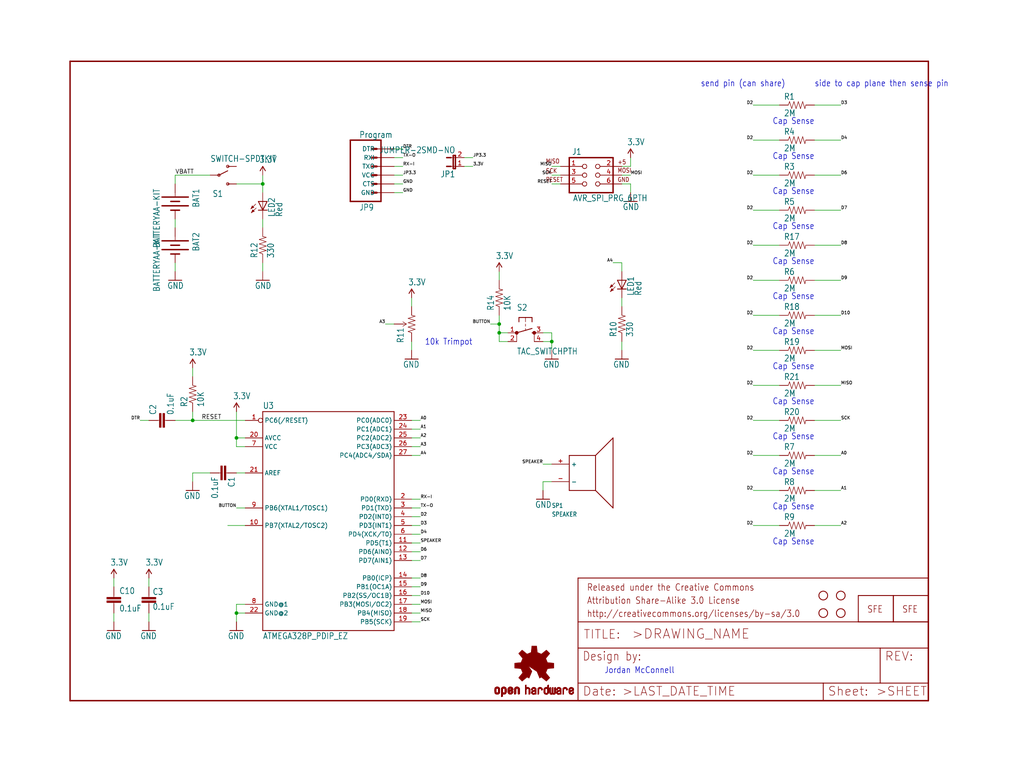
<source format=kicad_sch>
(kicad_sch (version 20211123) (generator eeschema)
  (paper "User" 297.002 223.926)
  (lib_symbols
    (symbol "eagleSchem-eagle-import:3.3V" (power)
      (property "Value" "3.3V" (at -1.016 3.556 0))
      (symbol "3.3V_1_0"
        (pin power_in line (at 0 0 90) (length 2.54) (name "3.3V") (number "1"))
      )
    )
    (symbol "eagleSchem-eagle-import:ARDUINO_SERIAL_PROGRAMPTH-KIT"
      (property "Reference" "JP" (at -5.08 10.922 0))
      (property "Value" "ARDUINO_SERIAL_PROGRAMPTH-KIT" (at -5.08 -10.16 0))
      (symbol "ARDUINO_SERIAL_PROGRAMPTH-KIT_1_0"
        (pin passive line (at 5.08 -5.08 180) (length 5.08) (name "DTR") (number "1"))
        (pin passive line (at 5.08 -2.54 180) (length 5.08) (name "RXI") (number "2"))
        (pin passive line (at 5.08 0 180) (length 5.08) (name "TXO") (number "3"))
        (pin passive line (at 5.08 2.54 180) (length 5.08) (name "VCC") (number "4"))
        (pin passive line (at 5.08 5.08 180) (length 5.08) (name "CTS") (number "5"))
        (pin passive line (at 5.08 7.62 180) (length 5.08) (name "GND") (number "6"))
      )
    )
    (symbol "eagleSchem-eagle-import:ATMEGA328P_PDIP_EZ"
      (property "Reference" "U" (at -17.78 28.702 0))
      (property "Value" "ATMEGA328P_PDIP_EZ" (at -17.78 -38.1 0))
      (symbol "ATMEGA328P_PDIP_EZ_1_0"
        (pin bidirectional inverted (at -22.86 25.4 0) (length 5.08) (name "PC6(/RESET)") (number "1"))
        (pin bidirectional line (at -22.86 -5.08 0) (length 5.08) (name "PB7(XTAL2/TOSC2)") (number "10"))
        (pin bidirectional line (at 25.4 -10.16 180) (length 5.08) (name "PD5(T1)") (number "11"))
        (pin bidirectional line (at 25.4 -12.7 180) (length 5.08) (name "PD6(AIN0)") (number "12"))
        (pin bidirectional line (at 25.4 -15.24 180) (length 5.08) (name "PD7(AIN1)") (number "13"))
        (pin bidirectional line (at 25.4 -20.32 180) (length 5.08) (name "PB0(ICP)") (number "14"))
        (pin bidirectional line (at 25.4 -22.86 180) (length 5.08) (name "PB1(OC1A)") (number "15"))
        (pin bidirectional line (at 25.4 -25.4 180) (length 5.08) (name "PB2(SS/OC1B)") (number "16"))
        (pin bidirectional line (at 25.4 -27.94 180) (length 5.08) (name "PB3(MOSI/OC2)") (number "17"))
        (pin bidirectional line (at 25.4 -30.48 180) (length 5.08) (name "PB4(MISO)") (number "18"))
        (pin bidirectional line (at 25.4 -33.02 180) (length 5.08) (name "PB5(SCK)") (number "19"))
        (pin bidirectional line (at 25.4 2.54 180) (length 5.08) (name "PD0(RXD)") (number "2"))
        (pin bidirectional line (at -22.86 20.32 0) (length 5.08) (name "AVCC") (number "20"))
        (pin bidirectional line (at -22.86 10.16 0) (length 5.08) (name "AREF") (number "21"))
        (pin bidirectional line (at -22.86 -30.48 0) (length 5.08) (name "GND@2") (number "22"))
        (pin bidirectional line (at 25.4 25.4 180) (length 5.08) (name "PC0(ADC0)") (number "23"))
        (pin bidirectional line (at 25.4 22.86 180) (length 5.08) (name "PC1(ADC1)") (number "24"))
        (pin bidirectional line (at 25.4 20.32 180) (length 5.08) (name "PC2(ADC2)") (number "25"))
        (pin bidirectional line (at 25.4 17.78 180) (length 5.08) (name "PC3(ADC3)") (number "26"))
        (pin bidirectional line (at 25.4 15.24 180) (length 5.08) (name "PC4(ADC4/SDA)") (number "27"))
        (pin bidirectional line (at 25.4 0 180) (length 5.08) (name "PD1(TXD)") (number "3"))
        (pin bidirectional line (at 25.4 -2.54 180) (length 5.08) (name "PD2(INT0)") (number "4"))
        (pin bidirectional line (at 25.4 -5.08 180) (length 5.08) (name "PD3(INT1)") (number "5"))
        (pin bidirectional line (at 25.4 -7.62 180) (length 5.08) (name "PD4(XCK/T0)") (number "6"))
        (pin bidirectional line (at -22.86 17.78 0) (length 5.08) (name "VCC") (number "7"))
        (pin bidirectional line (at -22.86 -27.94 0) (length 5.08) (name "GND@1") (number "8"))
        (pin bidirectional line (at -22.86 0 0) (length 5.08) (name "PB6(XTAL1/TOSC1)") (number "9"))
      )
    )
    (symbol "eagleSchem-eagle-import:AVR_SPI_PRG_6PTH"
      (property "Reference" "J" (at -4.318 5.842 0))
      (property "Value" "AVR_SPI_PRG_6PTH" (at -4.064 -7.62 0))
      (symbol "AVR_SPI_PRG_6PTH_1_0"
        (text "+5" (at 8.89 3.048 0) (effects (font (size 1.27 1.0795)) (justify left bottom)))
        (text "GND" (at 8.89 -2.032 0) (effects (font (size 1.27 1.0795)) (justify left bottom)))
        (text "MISO" (at -11.938 3.302 0) (effects (font (size 1.27 1.0795)) (justify left bottom)))
        (text "MOSI" (at 8.89 0.635 0) (effects (font (size 1.27 1.0795)) (justify left bottom)))
        (text "RESET" (at -11.938 -2.032 0) (effects (font (size 1.27 1.0795)) (justify left bottom)))
        (text "SCK" (at -11.938 0.508 0) (effects (font (size 1.27 1.0795)) (justify left bottom)))
        (pin passive inverted (at -7.62 2.54 0) (length 7.62) (name "1") (number "1"))
        (pin passive inverted (at 10.16 2.54 180) (length 7.62) (name "2") (number "2"))
        (pin passive inverted (at -7.62 0 0) (length 7.62) (name "3") (number "3"))
        (pin passive inverted (at 10.16 0 180) (length 7.62) (name "4") (number "4"))
        (pin passive inverted (at -7.62 -2.54 0) (length 7.62) (name "5") (number "5"))
        (pin passive inverted (at 10.16 -2.54 180) (length 7.62) (name "6") (number "6"))
      )
    )
    (symbol "eagleSchem-eagle-import:BATTERYAA-KIT"
      (property "Reference" "BAT" (at -3.81 5.08 0))
      (property "Value" "BATTERYAA-KIT" (at -3.81 -6.35 0))
      (symbol "BATTERYAA-KIT_1_0"
        (pin power_in line (at 5.08 0 180) (length 2.54) (name "-") (number "GND@1"))
        (pin power_in line (at -5.08 0 0) (length 2.54) (name "+") (number "PWR@1"))
      )
    )
    (symbol "eagleSchem-eagle-import:CAPKIT"
      (property "Reference" "C" (at 1.524 2.921 0))
      (property "Value" "CAPKIT" (at 1.524 -2.159 0))
      (symbol "CAPKIT_1_0"
        (pin passive line (at 0 5.08 270) (length 2.54) (name "1") (number "1"))
        (pin passive line (at 0 -2.54 90) (length 2.54) (name "2") (number "2"))
      )
    )
    (symbol "eagleSchem-eagle-import:FRAME-LETTER"
      (symbol "FRAME-LETTER_2_0"
        (text ">DRAWING_NAME" (at 15.494 17.78 0) (effects (font (size 2.7432 2.7432)) (justify left bottom)))
        (text ">LAST_DATE_TIME" (at 12.7 1.27 0) (effects (font (size 2.54 2.54)) (justify left bottom)))
        (text ">SHEET" (at 86.36 1.27 0) (effects (font (size 2.54 2.54)) (justify left bottom)))
        (text "Attribution Share-Alike 3.0 License" (at 2.54 27.94 0) (effects (font (size 1.9304 1.6408)) (justify left bottom)))
        (text "Date:" (at 1.27 1.27 0) (effects (font (size 2.54 2.54)) (justify left bottom)))
        (text "Design by:" (at 1.27 11.43 0) (effects (font (size 2.54 2.159)) (justify left bottom)))
        (text "http://creativecommons.org/licenses/by-sa/3.0" (at 2.54 24.13 0) (effects (font (size 1.9304 1.6408)) (justify left bottom)))
        (text "Released under the Creative Commons" (at 2.54 31.75 0) (effects (font (size 1.9304 1.6408)) (justify left bottom)))
        (text "REV:" (at 88.9 11.43 0) (effects (font (size 2.54 2.54)) (justify left bottom)))
        (text "Sheet:" (at 72.39 1.27 0) (effects (font (size 2.54 2.54)) (justify left bottom)))
        (text "TITLE:" (at 1.524 17.78 0) (effects (font (size 2.54 2.54)) (justify left bottom)))
      )
    )
    (symbol "eagleSchem-eagle-import:GND" (power)
      (property "Value" "GND" (at -2.54 -2.54 0))
      (symbol "GND_1_0"
        (pin power_in line (at 0 2.54 270) (length 2.54) (name "GND") (number "1"))
      )
    )
    (symbol "eagleSchem-eagle-import:JUMPER-2SMD-NO"
      (property "Reference" "JP" (at -1.27 0 90))
      (property "Value" "JUMPER-2SMD-NO" (at 5.715 0 90))
      (symbol "JUMPER-2SMD-NO_1_0"
        (pin passive line (at 0 -2.54 90) (length 2.54) (name "1") (number "1"))
        (pin passive line (at 2.54 -2.54 90) (length 2.54) (name "2") (number "2"))
      )
    )
    (symbol "eagleSchem-eagle-import:LED5MM-KIT"
      (property "Reference" "LED" (at 3.556 -4.572 90))
      (property "Value" "LED5MM-KIT" (at 5.715 -4.572 90))
      (symbol "LED5MM-KIT_1_0"
        (pin passive line (at 0 2.54 270) (length 2.54) (name "A") (number "A"))
        (pin passive line (at 0 -5.08 90) (length 2.54) (name "C") (number "K"))
      )
    )
    (symbol "eagleSchem-eagle-import:LOGO-SFENEW"
      (symbol "LOGO-SFENEW_1_0"
        (text "SFE" (at 0 0 0) (effects (font (size 1.9304 1.6408)) (justify left bottom)))
      )
    )
    (symbol "eagleSchem-eagle-import:OSHW-LOGOM")
    (symbol "eagleSchem-eagle-import:RESISTORPTH-1{slash}4W"
      (property "Reference" "R" (at -3.81 1.4986 0))
      (property "Value" "RESISTORPTH-1{slash}4W" (at -3.81 -3.302 0))
      (symbol "RESISTORPTH-1{slash}4W_1_0"
        (pin passive line (at -5.08 0 0) (length 2.54) (name "1") (number "P$1"))
        (pin passive line (at 5.08 0 180) (length 2.54) (name "2") (number "P$2"))
      )
    )
    (symbol "eagleSchem-eagle-import:SPEAKER"
      (property "Reference" "SP" (at -10.16 -10.16 0))
      (property "Value" "SPEAKER" (at -10.16 -12.7 0))
      (symbol "SPEAKER_1_0"
        (pin bidirectional line (at -10.16 2.54 0) (length 5.08) (name "+") (number "+"))
        (pin bidirectional line (at -10.16 -2.54 0) (length 5.08) (name "-") (number "-"))
      )
    )
    (symbol "eagleSchem-eagle-import:STAND-OFF")
    (symbol "eagleSchem-eagle-import:SWITCH-SPDTKIT"
      (property "Reference" "S" (at -1.905 -6.35 0))
      (property "Value" "SWITCH-SPDTKIT" (at -2.54 3.81 0))
      (symbol "SWITCH-SPDTKIT_1_0"
        (pin passive line (at 5.08 2.54 180) (length 2.54) (name "O") (number "1"))
        (pin passive line (at -2.54 0 0) (length 2.54) (name "P") (number "2"))
        (pin passive line (at 5.08 -2.54 180) (length 2.54) (name "S") (number "3"))
      )
    )
    (symbol "eagleSchem-eagle-import:TAC_SWITCHPTH"
      (property "Reference" "S" (at -2.54 6.35 0))
      (property "Value" "TAC_SWITCHPTH" (at -2.54 -6.35 0))
      (symbol "TAC_SWITCHPTH_1_0"
        (pin passive line (at -5.08 0 0) (length 2.54) (name "1") (number "1"))
        (pin passive line (at -5.08 -2.54 0) (length 2.54) (name "2") (number "2"))
        (pin passive line (at 5.08 0 180) (length 2.54) (name "3") (number "3"))
        (pin passive line (at 5.08 -2.54 180) (length 2.54) (name "4") (number "4"))
      )
    )
    (symbol "eagleSchem-eagle-import:TRIMPOT-PTH-KNOB"
      (property "Reference" "R" (at -11.43 1.4986 0))
      (property "Value" "TRIMPOT-PTH-KNOB" (at -3.81 -3.302 0))
      (symbol "TRIMPOT-PTH-KNOB_1_0"
        (pin passive line (at -5.08 0 0) (length 2.54) (name "CCW") (number "1"))
        (pin passive line (at 0 5.08 270) (length 2.54) (name "WIPER") (number "2"))
        (pin passive line (at 5.08 0 180) (length 2.54) (name "CW") (number "3"))
      )
    )
  )
  (junction (at 68.58 127))
  (junction (at 144.78 93.98))
  (junction (at 160.02 99.06))
  (junction (at 144.78 96.52))
  (junction (at 68.58 177.8))
  (junction (at 55.88 121.92))
  (junction (at 76.2 53.34))
  (wire (pts (xy 119.38 129.54) (xy 121.92 129.54)))
  (wire (pts (xy 55.88 139.7) (xy 55.88 137.16)))
  (wire (pts (xy 226.06 40.64) (xy 218.44 40.64)))
  (wire (pts (xy 226.06 152.4) (xy 218.44 152.4)))
  (wire (pts (xy 33.02 167.64) (xy 33.02 170.18)))
  (wire (pts (xy 119.38 167.64) (xy 121.92 167.64)))
  (wire (pts (xy 119.38 147.32) (xy 121.92 147.32)))
  (wire (pts (xy 68.58 175.26) (xy 68.58 177.8)))
  (wire (pts (xy 50.8 78.74) (xy 50.8 76.2)))
  (wire (pts (xy 119.38 154.94) (xy 121.92 154.94)))
  (wire (pts (xy 162.56 53.34) (xy 160.02 53.34)))
  (wire (pts (xy 180.34 53.34) (xy 182.88 53.34)))
  (wire (pts (xy 71.12 147.32) (xy 68.58 147.32)))
  (wire (pts (xy 119.38 170.18) (xy 121.92 170.18)))
  (wire (pts (xy 226.06 81.28) (xy 218.44 81.28)))
  (wire (pts (xy 119.38 162.56) (xy 121.92 162.56)))
  (wire (pts (xy 71.12 127) (xy 68.58 127)))
  (wire (pts (xy 182.88 53.34) (xy 182.88 55.88)))
  (wire (pts (xy 76.2 78.74) (xy 76.2 76.2)))
  (wire (pts (xy 134.62 48.26) (xy 137.16 48.26)))
  (wire (pts (xy 180.34 48.26) (xy 182.88 48.26)))
  (wire (pts (xy 226.06 121.92) (xy 218.44 121.92)))
  (wire (pts (xy 144.78 96.52) (xy 144.78 99.06)))
  (wire (pts (xy 243.84 40.64) (xy 236.22 40.64)))
  (wire (pts (xy 226.06 142.24) (xy 218.44 142.24)))
  (wire (pts (xy 226.06 111.76) (xy 218.44 111.76)))
  (wire (pts (xy 50.8 53.34) (xy 50.8 50.8)))
  (wire (pts (xy 243.84 121.92) (xy 236.22 121.92)))
  (wire (pts (xy 119.38 88.9) (xy 119.38 86.36)))
  (wire (pts (xy 68.58 127) (xy 68.58 119.38)))
  (wire (pts (xy 76.2 66.04) (xy 76.2 63.5)))
  (wire (pts (xy 71.12 175.26) (xy 68.58 175.26)))
  (wire (pts (xy 119.38 124.46) (xy 121.92 124.46)))
  (wire (pts (xy 76.2 53.34) (xy 76.2 55.88)))
  (wire (pts (xy 226.06 50.8) (xy 218.44 50.8)))
  (wire (pts (xy 50.8 66.04) (xy 50.8 63.5)))
  (wire (pts (xy 43.18 167.64) (xy 43.18 170.18)))
  (wire (pts (xy 119.38 160.02) (xy 121.92 160.02)))
  (wire (pts (xy 76.2 50.8) (xy 76.2 53.34)))
  (wire (pts (xy 180.34 76.2) (xy 177.8 76.2)))
  (wire (pts (xy 119.38 144.78) (xy 121.92 144.78)))
  (wire (pts (xy 243.84 142.24) (xy 236.22 142.24)))
  (wire (pts (xy 71.12 129.54) (xy 68.58 129.54)))
  (wire (pts (xy 68.58 129.54) (xy 68.58 127)))
  (wire (pts (xy 182.88 48.26) (xy 182.88 45.72)))
  (wire (pts (xy 180.34 50.8) (xy 182.88 50.8)))
  (wire (pts (xy 144.78 93.98) (xy 142.24 93.98)))
  (wire (pts (xy 243.84 60.96) (xy 236.22 60.96)))
  (wire (pts (xy 226.06 71.12) (xy 218.44 71.12)))
  (wire (pts (xy 243.84 91.44) (xy 236.22 91.44)))
  (wire (pts (xy 114.3 55.88) (xy 116.84 55.88)))
  (wire (pts (xy 71.12 152.4) (xy 66.04 152.4)))
  (wire (pts (xy 226.06 60.96) (xy 218.44 60.96)))
  (wire (pts (xy 43.18 121.92) (xy 40.64 121.92)))
  (wire (pts (xy 180.34 101.6) (xy 180.34 99.06)))
  (wire (pts (xy 119.38 127) (xy 121.92 127)))
  (wire (pts (xy 43.18 180.34) (xy 43.18 177.8)))
  (wire (pts (xy 71.12 121.92) (xy 55.88 121.92)))
  (wire (pts (xy 55.88 121.92) (xy 55.88 119.38)))
  (wire (pts (xy 119.38 121.92) (xy 121.92 121.92)))
  (wire (pts (xy 114.3 93.98) (xy 111.76 93.98)))
  (wire (pts (xy 119.38 101.6) (xy 119.38 99.06)))
  (wire (pts (xy 114.3 45.72) (xy 116.84 45.72)))
  (wire (pts (xy 226.06 91.44) (xy 218.44 91.44)))
  (wire (pts (xy 134.62 45.72) (xy 137.16 45.72)))
  (wire (pts (xy 119.38 157.48) (xy 121.92 157.48)))
  (wire (pts (xy 160.02 96.52) (xy 160.02 99.06)))
  (wire (pts (xy 68.58 177.8) (xy 68.58 180.34)))
  (wire (pts (xy 160.02 134.62) (xy 157.48 134.62)))
  (wire (pts (xy 157.48 99.06) (xy 160.02 99.06)))
  (wire (pts (xy 68.58 53.34) (xy 76.2 53.34)))
  (wire (pts (xy 243.84 30.48) (xy 236.22 30.48)))
  (wire (pts (xy 114.3 53.34) (xy 116.84 53.34)))
  (wire (pts (xy 180.34 88.9) (xy 180.34 86.36)))
  (wire (pts (xy 243.84 152.4) (xy 236.22 152.4)))
  (wire (pts (xy 243.84 101.6) (xy 236.22 101.6)))
  (wire (pts (xy 243.84 71.12) (xy 236.22 71.12)))
  (wire (pts (xy 71.12 177.8) (xy 68.58 177.8)))
  (wire (pts (xy 157.48 96.52) (xy 160.02 96.52)))
  (wire (pts (xy 68.58 137.16) (xy 71.12 137.16)))
  (wire (pts (xy 144.78 99.06) (xy 147.32 99.06)))
  (wire (pts (xy 55.88 137.16) (xy 60.96 137.16)))
  (wire (pts (xy 160.02 99.06) (xy 160.02 101.6)))
  (wire (pts (xy 144.78 91.44) (xy 144.78 93.98)))
  (wire (pts (xy 33.02 180.34) (xy 33.02 177.8)))
  (wire (pts (xy 119.38 152.4) (xy 121.92 152.4)))
  (wire (pts (xy 119.38 132.08) (xy 121.92 132.08)))
  (wire (pts (xy 243.84 111.76) (xy 236.22 111.76)))
  (wire (pts (xy 226.06 30.48) (xy 218.44 30.48)))
  (wire (pts (xy 144.78 93.98) (xy 144.78 96.52)))
  (wire (pts (xy 119.38 177.8) (xy 121.92 177.8)))
  (wire (pts (xy 162.56 50.8) (xy 160.02 50.8)))
  (wire (pts (xy 243.84 81.28) (xy 236.22 81.28)))
  (wire (pts (xy 114.3 43.18) (xy 116.84 43.18)))
  (wire (pts (xy 226.06 101.6) (xy 218.44 101.6)))
  (wire (pts (xy 119.38 180.34) (xy 121.92 180.34)))
  (wire (pts (xy 243.84 50.8) (xy 236.22 50.8)))
  (wire (pts (xy 119.38 172.72) (xy 121.92 172.72)))
  (wire (pts (xy 55.88 106.68) (xy 55.88 109.22)))
  (wire (pts (xy 162.56 48.26) (xy 160.02 48.26)))
  (wire (pts (xy 144.78 81.28) (xy 144.78 78.74)))
  (wire (pts (xy 50.8 121.92) (xy 55.88 121.92)))
  (wire (pts (xy 243.84 132.08) (xy 236.22 132.08)))
  (wire (pts (xy 144.78 96.52) (xy 147.32 96.52)))
  (wire (pts (xy 180.34 78.74) (xy 180.34 76.2)))
  (wire (pts (xy 119.38 149.86) (xy 121.92 149.86)))
  (wire (pts (xy 157.48 139.7) (xy 157.48 142.24)))
  (wire (pts (xy 160.02 139.7) (xy 157.48 139.7)))
  (wire (pts (xy 114.3 48.26) (xy 116.84 48.26)))
  (wire (pts (xy 114.3 50.8) (xy 116.84 50.8)))
  (wire (pts (xy 60.96 50.8) (xy 50.8 50.8)))
  (wire (pts (xy 119.38 175.26) (xy 121.92 175.26)))
  (wire (pts (xy 226.06 132.08) (xy 218.44 132.08)))
  (text "send pin (can share)" (at 203.2 25.4 180) (effects (font (size 1.778 1.5113)) (justify left bottom)))
  (text "Cap Sense" (at 224.028 137.922 180) (effects (font (size 1.778 1.5113)) (justify left bottom)))
  (text "Cap Sense" (at 224.028 66.802 180) (effects (font (size 1.778 1.5113)) (justify left bottom)))
  (text "Cap Sense" (at 224.028 56.642 180) (effects (font (size 1.778 1.5113)) (justify left bottom)))
  (text "Jordan McConnell" (at 175.26 195.58 180) (effects (font (size 1.778 1.5113)) (justify left bottom)))
  (text "Cap Sense" (at 224.028 127.762 180) (effects (font (size 1.778 1.5113)) (justify left bottom)))
  (text "Cap Sense" (at 224.028 87.122 180) (effects (font (size 1.778 1.5113)) (justify left bottom)))
  (text "Cap Sense" (at 224.028 46.482 180) (effects (font (size 1.778 1.5113)) (justify left bottom)))
  (text "Cap Sense" (at 224.028 107.442 180) (effects (font (size 1.778 1.5113)) (justify left bottom)))
  (text "side to cap plane then sense pin" (at 236.22 25.4 180) (effects (font (size 1.778 1.5113)) (justify left bottom)))
  (text "Cap Sense" (at 224.028 97.282 180) (effects (font (size 1.778 1.5113)) (justify left bottom)))
  (text "Cap Sense" (at 224.028 76.962 180) (effects (font (size 1.778 1.5113)) (justify left bottom)))
  (text "Cap Sense" (at 224.028 36.322 180) (effects (font (size 1.778 1.5113)) (justify left bottom)))
  (text "Cap Sense" (at 224.028 117.602 180) (effects (font (size 1.778 1.5113)) (justify left bottom)))
  (text "Cap Sense" (at 224.028 158.242 180) (effects (font (size 1.778 1.5113)) (justify left bottom)))
  (text "Cap Sense" (at 224.028 148.082 180) (effects (font (size 1.778 1.5113)) (justify left bottom)))
  (text "10k Trimpot" (at 123.19 100.33 180) (effects (font (size 1.778 1.5113)) (justify left bottom)))
  (label "BUTTON" (at 68.58 147.32 180) (effects (font (size 0.889 0.889))))
  (label "A0" (at 121.92 121.92 0) (effects (font (size 0.889 0.889))))
  (label "RX-I" (at 116.84 48.26 0) (effects (font (size 0.889 0.889))))
  (label "A1" (at 121.92 124.46 0) (effects (font (size 0.889 0.889))))
  (label "D7" (at 243.84 60.96 0) (effects (font (size 0.889 0.889))))
  (label "D2" (at 218.44 50.8 180) (effects (font (size 0.889 0.889))))
  (label "SCK" (at 160.02 50.8 180) (effects (font (size 0.889 0.889))))
  (label "D3" (at 243.84 30.48 0) (effects (font (size 0.889 0.889))))
  (label "D8" (at 121.92 167.64 0) (effects (font (size 0.889 0.889))))
  (label "D2" (at 218.44 142.24 180) (effects (font (size 0.889 0.889))))
  (label "D9" (at 243.84 81.28 0) (effects (font (size 0.889 0.889))))
  (label "D9" (at 121.92 170.18 0) (effects (font (size 0.889 0.889))))
  (label "D6" (at 121.92 160.02 0) (effects (font (size 0.889 0.889))))
  (label "MOSI" (at 243.84 101.6 0) (effects (font (size 0.889 0.889))))
  (label "SCK" (at 121.92 180.34 0) (effects (font (size 0.889 0.889))))
  (label "D2" (at 218.44 111.76 180) (effects (font (size 0.889 0.889))))
  (label "D8" (at 243.84 71.12 0) (effects (font (size 0.889 0.889))))
  (label "D2" (at 218.44 132.08 180) (effects (font (size 0.889 0.889))))
  (label "D3" (at 121.92 152.4 0) (effects (font (size 0.889 0.889))))
  (label "3.3V" (at 137.16 48.26 0) (effects (font (size 0.889 0.889))))
  (label "D2" (at 121.92 149.86 0) (effects (font (size 0.889 0.889))))
  (label "SPEAKER" (at 121.92 157.48 0) (effects (font (size 0.889 0.889))))
  (label "TX-O" (at 121.92 147.32 0) (effects (font (size 0.889 0.889))))
  (label "A2" (at 243.84 152.4 0) (effects (font (size 0.889 0.889))))
  (label "RESET" (at 160.02 53.34 180) (effects (font (size 0.889 0.889))))
  (label "RESET" (at 58.42 121.92 0) (effects (font (size 1.2446 1.2446))))
  (label "MOSI" (at 121.92 175.26 0) (effects (font (size 0.889 0.889))))
  (label "D7" (at 121.92 162.56 0) (effects (font (size 0.889 0.889))))
  (label "A4" (at 177.8 76.2 180) (effects (font (size 0.889 0.889))))
  (label "JP3.3" (at 137.16 45.72 0) (effects (font (size 0.889 0.889))))
  (label "D2" (at 218.44 152.4 180) (effects (font (size 0.889 0.889))))
  (label "BUTTON" (at 142.24 93.98 180) (effects (font (size 0.889 0.889))))
  (label "D10" (at 121.92 172.72 0) (effects (font (size 0.889 0.889))))
  (label "DTR" (at 116.84 43.18 0) (effects (font (size 0.889 0.889))))
  (label "D2" (at 218.44 71.12 180) (effects (font (size 0.889 0.889))))
  (label "D4" (at 243.84 40.64 0) (effects (font (size 0.889 0.889))))
  (label "MISO" (at 160.02 48.26 180) (effects (font (size 0.889 0.889))))
  (label "RX-I" (at 121.92 144.78 0) (effects (font (size 0.889 0.889))))
  (label "A1" (at 243.84 142.24 0) (effects (font (size 0.889 0.889))))
  (label "A2" (at 121.92 127 0) (effects (font (size 0.889 0.889))))
  (label "D2" (at 218.44 101.6 180) (effects (font (size 0.889 0.889))))
  (label "D2" (at 218.44 121.92 180) (effects (font (size 0.889 0.889))))
  (label "D2" (at 218.44 60.96 180) (effects (font (size 0.889 0.889))))
  (label "A0" (at 243.84 132.08 0) (effects (font (size 0.889 0.889))))
  (label "MISO" (at 243.84 111.76 0) (effects (font (size 0.889 0.889))))
  (label "TX-O" (at 116.84 45.72 0) (effects (font (size 0.889 0.889))))
  (label "GND" (at 116.84 55.88 0) (effects (font (size 0.889 0.889))))
  (label "A3" (at 111.76 93.98 180) (effects (font (size 0.889 0.889))))
  (label "SPEAKER" (at 157.48 134.62 180) (effects (font (size 0.889 0.889))))
  (label "GND" (at 116.84 53.34 0) (effects (font (size 0.889 0.889))))
  (label "D4" (at 121.92 154.94 0) (effects (font (size 0.889 0.889))))
  (label "D2" (at 218.44 30.48 180) (effects (font (size 0.889 0.889))))
  (label "D10" (at 243.84 91.44 0) (effects (font (size 0.889 0.889))))
  (label "DTR" (at 40.64 121.92 180) (effects (font (size 0.889 0.889))))
  (label "A3" (at 121.92 129.54 0) (effects (font (size 0.889 0.889))))
  (label "D6" (at 243.84 50.8 0) (effects (font (size 0.889 0.889))))
  (label "MOSI" (at 182.88 50.8 0) (effects (font (size 0.889 0.889))))
  (label "SCK" (at 243.84 121.92 0) (effects (font (size 0.889 0.889))))
  (label "MISO" (at 121.92 177.8 0) (effects (font (size 0.889 0.889))))
  (label "D2" (at 218.44 40.64 180) (effects (font (size 0.889 0.889))))
  (label "VBATT" (at 50.8 50.8 0) (effects (font (size 1.2446 1.2446))))
  (label "A4" (at 121.92 132.08 0) (effects (font (size 0.889 0.889))))
  (label "JP3.3" (at 116.84 50.8 0) (effects (font (size 0.889 0.889))))
  (label "D2" (at 218.44 81.28 180) (effects (font (size 0.889 0.889))))
  (label "D2" (at 218.44 91.44 180) (effects (font (size 0.889 0.889))))
  (symbol (lib_id "eagleSchem-eagle-import:RESISTORPTH-1{slash}4W") (at 231.14 40.64 0) (unit 1)
    (property "Reference" "R4" (at 227.33 39.1414 0) (effects (font (size 1.778 1.5113)) (justify left bottom)))
    (property "Value" "2M" (at 227.33 43.942 0) (effects (font (size 1.778 1.5113)) (justify left bottom)))
    (property "Footprint" "eagleSchem:AXIAL-0.4" (effects hide))
  )
  (symbol (lib_id "eagleSchem-eagle-import:GND") (at 182.88 58.42 0) (mirror y) (unit 1)
    (property "Reference" "#GND2" (effects hide))
    (property "Value" "GND" (at 185.42 60.96 0) (effects (font (size 1.778 1.5113)) (justify left bottom)))
    (property "Footprint" "eagleSchem:" (effects hide))
  )
  (symbol (lib_id "eagleSchem-eagle-import:BATTERYAA-KIT") (at 50.8 58.42 270) (unit 1)
    (property "Reference" "BAT1" (at 55.88 54.61 0) (effects (font (size 1.778 1.5113)) (justify left bottom)))
    (property "Value" "BATTERYAA-KIT" (at 44.45 54.61 0) (effects (font (size 1.778 1.5113)) (justify left bottom)))
    (property "Footprint" "eagleSchem:BATTERY-AA-KIT" (effects hide))
  )
  (symbol (lib_id "eagleSchem-eagle-import:ARDUINO_SERIAL_PROGRAMPTH-KIT") (at 109.22 48.26 0) (mirror x) (unit 1)
    (property "Reference" "JP9" (at 104.14 59.182 0) (effects (font (size 1.778 1.5113)) (justify left bottom)))
    (property "Value" "Program" (at 104.14 38.1 0) (effects (font (size 1.778 1.5113)) (justify left bottom)))
    (property "Footprint" "eagleSchem:1X06-KIT" (effects hide))
  )
  (symbol (lib_id "eagleSchem-eagle-import:RESISTORPTH-1{slash}4W") (at 231.14 60.96 0) (unit 1)
    (property "Reference" "R5" (at 227.33 59.4614 0) (effects (font (size 1.778 1.5113)) (justify left bottom)))
    (property "Value" "2M" (at 227.33 64.262 0) (effects (font (size 1.778 1.5113)) (justify left bottom)))
    (property "Footprint" "eagleSchem:AXIAL-0.4" (effects hide))
  )
  (symbol (lib_id "eagleSchem-eagle-import:STAND-OFF") (at 238.76 172.72 0) (unit 1)
    (property "Reference" "STANDOFF3" (effects hide))
    (property "Value" "STAND-OFF" (effects hide))
    (property "Footprint" "eagleSchem:STAND-OFF" (effects hide))
  )
  (symbol (lib_id "eagleSchem-eagle-import:LOGO-SFENEW") (at 251.46 177.8 0) (unit 1)
    (property "Reference" "LOGO1" (effects hide))
    (property "Value" "LOGO-SFENEW" (effects hide))
    (property "Footprint" "eagleSchem:SFE-NEW-WEBLOGO" (effects hide))
  )
  (symbol (lib_id "eagleSchem-eagle-import:RESISTORPTH-1{slash}4W") (at 231.14 121.92 0) (unit 1)
    (property "Reference" "R20" (at 227.33 120.4214 0) (effects (font (size 1.778 1.5113)) (justify left bottom)))
    (property "Value" "2M" (at 227.33 125.222 0) (effects (font (size 1.778 1.5113)) (justify left bottom)))
    (property "Footprint" "eagleSchem:AXIAL-0.4" (effects hide))
  )
  (symbol (lib_id "eagleSchem-eagle-import:3.3V") (at 43.18 167.64 0) (unit 1)
    (property "Reference" "#P+3" (effects hide))
    (property "Value" "3.3V" (at 42.164 164.084 0) (effects (font (size 1.778 1.5113)) (justify left bottom)))
    (property "Footprint" "eagleSchem:" (effects hide))
  )
  (symbol (lib_id "eagleSchem-eagle-import:GND") (at 76.2 81.28 0) (mirror y) (unit 1)
    (property "Reference" "#GND8" (effects hide))
    (property "Value" "GND" (at 78.74 83.82 0) (effects (font (size 1.778 1.5113)) (justify left bottom)))
    (property "Footprint" "eagleSchem:" (effects hide))
  )
  (symbol (lib_id "eagleSchem-eagle-import:RESISTORPTH-1{slash}4W") (at 231.14 152.4 0) (unit 1)
    (property "Reference" "R9" (at 227.33 150.9014 0) (effects (font (size 1.778 1.5113)) (justify left bottom)))
    (property "Value" "2M" (at 227.33 155.702 0) (effects (font (size 1.778 1.5113)) (justify left bottom)))
    (property "Footprint" "eagleSchem:AXIAL-0.4" (effects hide))
  )
  (symbol (lib_id "eagleSchem-eagle-import:RESISTORPTH-1{slash}4W") (at 180.34 93.98 90) (unit 1)
    (property "Reference" "R10" (at 178.8414 97.79 0) (effects (font (size 1.778 1.5113)) (justify left bottom)))
    (property "Value" "330" (at 183.642 97.79 0) (effects (font (size 1.778 1.5113)) (justify left bottom)))
    (property "Footprint" "eagleSchem:AXIAL-0.4" (effects hide))
  )
  (symbol (lib_id "eagleSchem-eagle-import:CAPKIT") (at 33.02 175.26 0) (unit 1)
    (property "Reference" "C10" (at 34.544 172.339 0) (effects (font (size 1.778 1.5113)) (justify left bottom)))
    (property "Value" "0.1uF" (at 34.544 177.419 0) (effects (font (size 1.778 1.5113)) (justify left bottom)))
    (property "Footprint" "eagleSchem:CAP-PTH-SMALL-KIT" (effects hide))
  )
  (symbol (lib_id "eagleSchem-eagle-import:RESISTORPTH-1{slash}4W") (at 231.14 142.24 0) (unit 1)
    (property "Reference" "R8" (at 227.33 140.7414 0) (effects (font (size 1.778 1.5113)) (justify left bottom)))
    (property "Value" "2M" (at 227.33 145.542 0) (effects (font (size 1.778 1.5113)) (justify left bottom)))
    (property "Footprint" "eagleSchem:AXIAL-0.4" (effects hide))
  )
  (symbol (lib_id "eagleSchem-eagle-import:GND") (at 43.18 182.88 0) (unit 1)
    (property "Reference" "#GND1" (effects hide))
    (property "Value" "GND" (at 40.64 185.42 0) (effects (font (size 1.778 1.5113)) (justify left bottom)))
    (property "Footprint" "eagleSchem:" (effects hide))
  )
  (symbol (lib_id "eagleSchem-eagle-import:CAPKIT") (at 43.18 172.72 180) (unit 1)
    (property "Reference" "C3" (at 44.196 172.593 0) (effects (font (size 1.778 1.5113)) (justify right top)))
    (property "Value" "0.1uF" (at 44.196 176.911 0) (effects (font (size 1.778 1.5113)) (justify right top)))
    (property "Footprint" "eagleSchem:CAP-PTH-SMALL-KIT" (effects hide))
  )
  (symbol (lib_id "eagleSchem-eagle-import:RESISTORPTH-1{slash}4W") (at 231.14 71.12 0) (unit 1)
    (property "Reference" "R17" (at 227.33 69.6214 0) (effects (font (size 1.778 1.5113)) (justify left bottom)))
    (property "Value" "2M" (at 227.33 74.422 0) (effects (font (size 1.778 1.5113)) (justify left bottom)))
    (property "Footprint" "eagleSchem:AXIAL-0.4" (effects hide))
  )
  (symbol (lib_id "eagleSchem-eagle-import:RESISTORPTH-1{slash}4W") (at 231.14 30.48 0) (unit 1)
    (property "Reference" "R1" (at 227.33 28.9814 0) (effects (font (size 1.778 1.5113)) (justify left bottom)))
    (property "Value" "2M" (at 227.33 33.782 0) (effects (font (size 1.778 1.5113)) (justify left bottom)))
    (property "Footprint" "eagleSchem:AXIAL-0.4" (effects hide))
  )
  (symbol (lib_id "eagleSchem-eagle-import:3.3V") (at 76.2 50.8 0) (unit 1)
    (property "Reference" "#U$1" (effects hide))
    (property "Value" "3.3V" (at 75.184 47.244 0) (effects (font (size 1.778 1.5113)) (justify left bottom)))
    (property "Footprint" "eagleSchem:" (effects hide))
  )
  (symbol (lib_id "eagleSchem-eagle-import:RESISTORPTH-1{slash}4W") (at 231.14 101.6 0) (unit 1)
    (property "Reference" "R19" (at 227.33 100.1014 0) (effects (font (size 1.778 1.5113)) (justify left bottom)))
    (property "Value" "2M" (at 227.33 104.902 0) (effects (font (size 1.778 1.5113)) (justify left bottom)))
    (property "Footprint" "eagleSchem:AXIAL-0.4" (effects hide))
  )
  (symbol (lib_id "eagleSchem-eagle-import:STAND-OFF") (at 238.76 177.8 0) (unit 1)
    (property "Reference" "STANDOFF4" (effects hide))
    (property "Value" "STAND-OFF" (effects hide))
    (property "Footprint" "eagleSchem:STAND-OFF" (effects hide))
  )
  (symbol (lib_id "eagleSchem-eagle-import:LED5MM-KIT") (at 76.2 58.42 0) (unit 1)
    (property "Reference" "LED2" (at 79.756 62.992 90) (effects (font (size 1.778 1.5113)) (justify left bottom)))
    (property "Value" "Red" (at 81.915 62.992 90) (effects (font (size 1.778 1.5113)) (justify left bottom)))
    (property "Footprint" "eagleSchem:LED5MM-KIT" (effects hide))
  )
  (symbol (lib_id "eagleSchem-eagle-import:AVR_SPI_PRG_6PTH") (at 170.18 50.8 0) (unit 1)
    (property "Reference" "J1" (at 165.862 44.958 0) (effects (font (size 1.778 1.5113)) (justify left bottom)))
    (property "Value" "AVR_SPI_PRG_6PTH" (at 166.116 58.42 0) (effects (font (size 1.778 1.5113)) (justify left bottom)))
    (property "Footprint" "eagleSchem:2X3" (effects hide))
  )
  (symbol (lib_id "eagleSchem-eagle-import:3.3V") (at 144.78 78.74 0) (unit 1)
    (property "Reference" "#P+2" (effects hide))
    (property "Value" "3.3V" (at 143.764 75.184 0) (effects (font (size 1.778 1.5113)) (justify left bottom)))
    (property "Footprint" "eagleSchem:" (effects hide))
  )
  (symbol (lib_id "eagleSchem-eagle-import:RESISTORPTH-1{slash}4W") (at 231.14 81.28 0) (unit 1)
    (property "Reference" "R6" (at 227.33 79.7814 0) (effects (font (size 1.778 1.5113)) (justify left bottom)))
    (property "Value" "2M" (at 227.33 84.582 0) (effects (font (size 1.778 1.5113)) (justify left bottom)))
    (property "Footprint" "eagleSchem:AXIAL-0.4" (effects hide))
  )
  (symbol (lib_id "eagleSchem-eagle-import:RESISTORPTH-1{slash}4W") (at 231.14 91.44 0) (unit 1)
    (property "Reference" "R18" (at 227.33 89.9414 0) (effects (font (size 1.778 1.5113)) (justify left bottom)))
    (property "Value" "2M" (at 227.33 94.742 0) (effects (font (size 1.778 1.5113)) (justify left bottom)))
    (property "Footprint" "eagleSchem:AXIAL-0.4" (effects hide))
  )
  (symbol (lib_id "eagleSchem-eagle-import:SWITCH-SPDTKIT") (at 63.5 50.8 0) (unit 1)
    (property "Reference" "S1" (at 61.595 57.15 0) (effects (font (size 1.778 1.5113)) (justify left bottom)))
    (property "Value" "SWITCH-SPDTKIT" (at 60.96 46.99 0) (effects (font (size 1.778 1.5113)) (justify left bottom)))
    (property "Footprint" "eagleSchem:SWITCH-SPDT_KIT" (effects hide))
  )
  (symbol (lib_id "eagleSchem-eagle-import:ATMEGA328P_PDIP_EZ") (at 93.98 147.32 0) (unit 1)
    (property "Reference" "U3" (at 76.2 118.618 0) (effects (font (size 1.778 1.5113)) (justify left bottom)))
    (property "Value" "ATMEGA328P_PDIP_EZ" (at 76.2 185.42 0) (effects (font (size 1.778 1.5113)) (justify left bottom)))
    (property "Footprint" "eagleSchem:DIL28-EZ" (effects hide))
  )
  (symbol (lib_id "eagleSchem-eagle-import:RESISTORPTH-1{slash}4W") (at 76.2 71.12 90) (unit 1)
    (property "Reference" "R12" (at 74.7014 74.93 0) (effects (font (size 1.778 1.5113)) (justify left bottom)))
    (property "Value" "330" (at 79.502 74.93 0) (effects (font (size 1.778 1.5113)) (justify left bottom)))
    (property "Footprint" "eagleSchem:AXIAL-0.4" (effects hide))
  )
  (symbol (lib_id "eagleSchem-eagle-import:3.3V") (at 68.58 119.38 0) (unit 1)
    (property "Reference" "#P+6" (effects hide))
    (property "Value" "3.3V" (at 67.564 115.824 0) (effects (font (size 1.778 1.5113)) (justify left bottom)))
    (property "Footprint" "eagleSchem:" (effects hide))
  )
  (symbol (lib_id "eagleSchem-eagle-import:OSHW-LOGOM") (at 154.94 193.04 0) (unit 1)
    (property "Reference" "LOGO3" (effects hide))
    (property "Value" "OSHW-LOGOM" (effects hide))
    (property "Footprint" "eagleSchem:OSHW-LOGO-M" (effects hide))
  )
  (symbol (lib_id "eagleSchem-eagle-import:GND") (at 157.48 144.78 0) (mirror y) (unit 1)
    (property "Reference" "#GND3" (effects hide))
    (property "Value" "GND" (at 160.02 147.32 0) (effects (font (size 1.778 1.5113)) (justify left bottom)))
    (property "Footprint" "eagleSchem:" (effects hide))
  )
  (symbol (lib_id "eagleSchem-eagle-import:RESISTORPTH-1{slash}4W") (at 231.14 50.8 0) (unit 1)
    (property "Reference" "R3" (at 227.33 49.3014 0) (effects (font (size 1.778 1.5113)) (justify left bottom)))
    (property "Value" "2M" (at 227.33 54.102 0) (effects (font (size 1.778 1.5113)) (justify left bottom)))
    (property "Footprint" "eagleSchem:AXIAL-0.4" (effects hide))
  )
  (symbol (lib_id "eagleSchem-eagle-import:FRAME-LETTER") (at 20.32 203.2 0) (unit 1)
    (property "Reference" "FRAME2" (effects hide))
    (property "Value" "FRAME-LETTER" (effects hide))
    (property "Footprint" "eagleSchem:CREATIVE_COMMONS" (effects hide))
  )
  (symbol (lib_id "eagleSchem-eagle-import:3.3V") (at 182.88 45.72 0) (unit 1)
    (property "Reference" "#P+1" (effects hide))
    (property "Value" "3.3V" (at 181.864 42.164 0) (effects (font (size 1.778 1.5113)) (justify left bottom)))
    (property "Footprint" "eagleSchem:" (effects hide))
  )
  (symbol (lib_id "eagleSchem-eagle-import:CAPKIT") (at 66.04 137.16 90) (unit 1)
    (property "Reference" "C1" (at 66.167 138.176 0) (effects (font (size 1.778 1.5113)) (justify right top)))
    (property "Value" "0.1uF" (at 61.341 138.176 0) (effects (font (size 1.778 1.5113)) (justify right top)))
    (property "Footprint" "eagleSchem:CAP-PTH-SMALL-KIT" (effects hide))
  )
  (symbol (lib_id "eagleSchem-eagle-import:TRIMPOT-PTH-KNOB") (at 119.38 93.98 90) (unit 1)
    (property "Reference" "R11" (at 117.1194 99.568 0) (effects (font (size 1.778 1.5113)) (justify left bottom)))
    (property "Value" "TRIMPOT-PTH-KNOB" (effects hide))
    (property "Footprint" "eagleSchem:3386U" (effects hide))
  )
  (symbol (lib_id "eagleSchem-eagle-import:GND") (at 50.8 81.28 0) (mirror y) (unit 1)
    (property "Reference" "#GND16" (effects hide))
    (property "Value" "GND" (at 53.34 83.82 0) (effects (font (size 1.778 1.5113)) (justify left bottom)))
    (property "Footprint" "eagleSchem:" (effects hide))
  )
  (symbol (lib_id "eagleSchem-eagle-import:STAND-OFF") (at 243.84 177.8 0) (unit 1)
    (property "Reference" "STANDOFF1" (effects hide))
    (property "Value" "STAND-OFF" (effects hide))
    (property "Footprint" "eagleSchem:STAND-OFF" (effects hide))
  )
  (symbol (lib_id "eagleSchem-eagle-import:3.3V") (at 33.02 167.64 0) (unit 1)
    (property "Reference" "#P+16" (effects hide))
    (property "Value" "3.3V" (at 32.004 164.084 0) (effects (font (size 1.778 1.5113)) (justify left bottom)))
    (property "Footprint" "eagleSchem:" (effects hide))
  )
  (symbol (lib_id "eagleSchem-eagle-import:3.3V") (at 119.38 86.36 0) (unit 1)
    (property "Reference" "#P+4" (effects hide))
    (property "Value" "3.3V" (at 118.364 82.804 0) (effects (font (size 1.778 1.5113)) (justify left bottom)))
    (property "Footprint" "eagleSchem:" (effects hide))
  )
  (symbol (lib_id "eagleSchem-eagle-import:GND") (at 160.02 104.14 0) (unit 1)
    (property "Reference" "#GND5" (effects hide))
    (property "Value" "GND" (at 157.48 106.68 0) (effects (font (size 1.778 1.5113)) (justify left bottom)))
    (property "Footprint" "eagleSchem:" (effects hide))
  )
  (symbol (lib_id "eagleSchem-eagle-import:GND") (at 68.58 182.88 0) (unit 1)
    (property "Reference" "#GND9" (effects hide))
    (property "Value" "GND" (at 66.04 185.42 0) (effects (font (size 1.778 1.5113)) (justify left bottom)))
    (property "Footprint" "eagleSchem:" (effects hide))
  )
  (symbol (lib_id "eagleSchem-eagle-import:LED5MM-KIT") (at 180.34 81.28 0) (unit 1)
    (property "Reference" "LED1" (at 183.896 85.852 90) (effects (font (size 1.778 1.5113)) (justify left bottom)))
    (property "Value" "Red" (at 186.055 85.852 90) (effects (font (size 1.778 1.5113)) (justify left bottom)))
    (property "Footprint" "eagleSchem:LED5MM-KIT" (effects hide))
  )
  (symbol (lib_id "eagleSchem-eagle-import:BATTERYAA-KIT") (at 50.8 71.12 270) (unit 1)
    (property "Reference" "BAT2" (at 55.88 67.31 0) (effects (font (size 1.778 1.5113)) (justify left bottom)))
    (property "Value" "BATTERYAA-KIT" (at 44.45 67.31 0) (effects (font (size 1.778 1.5113)) (justify left bottom)))
    (property "Footprint" "eagleSchem:BATTERY-AA-KIT" (effects hide))
  )
  (symbol (lib_id "eagleSchem-eagle-import:GND") (at 180.34 104.14 0) (unit 1)
    (property "Reference" "#GND4" (effects hide))
    (property "Value" "GND" (at 177.8 106.68 0) (effects (font (size 1.778 1.5113)) (justify left bottom)))
    (property "Footprint" "eagleSchem:" (effects hide))
  )
  (symbol (lib_id "eagleSchem-eagle-import:TAC_SWITCHPTH") (at 152.4 96.52 0) (unit 1)
    (property "Reference" "S2" (at 149.86 90.17 0) (effects (font (size 1.778 1.5113)) (justify left bottom)))
    (property "Value" "TAC_SWITCHPTH" (at 149.86 102.87 0) (effects (font (size 1.778 1.5113)) (justify left bottom)))
    (property "Footprint" "eagleSchem:TACTILE-PTH" (effects hide))
  )
  (symbol (lib_id "eagleSchem-eagle-import:GND") (at 119.38 104.14 0) (unit 1)
    (property "Reference" "#GND6" (effects hide))
    (property "Value" "GND" (at 116.84 106.68 0) (effects (font (size 1.778 1.5113)) (justify left bottom)))
    (property "Footprint" "eagleSchem:" (effects hide))
  )
  (symbol (lib_id "eagleSchem-eagle-import:GND") (at 33.02 182.88 0) (unit 1)
    (property "Reference" "#GND26" (effects hide))
    (property "Value" "GND" (at 30.48 185.42 0) (effects (font (size 1.778 1.5113)) (justify left bottom)))
    (property "Footprint" "eagleSchem:" (effects hide))
  )
  (symbol (lib_id "eagleSchem-eagle-import:SPEAKER") (at 170.18 137.16 0) (unit 1)
    (property "Reference" "SP1" (at 160.02 147.32 0) (effects (font (size 1.27 1.0795)) (justify left bottom)))
    (property "Value" "SPEAKER" (at 160.02 149.86 0) (effects (font (size 1.27 1.0795)) (justify left bottom)))
    (property "Footprint" "eagleSchem:PCB_MOUNT_SPEAKER" (effects hide))
  )
  (symbol (lib_id "eagleSchem-eagle-import:3.3V") (at 55.88 106.68 0) (unit 1)
    (property "Reference" "#P+5" (effects hide))
    (property "Value" "3.3V" (at 54.864 103.124 0) (effects (font (size 1.778 1.5113)) (justify left bottom)))
    (property "Footprint" "eagleSchem:" (effects hide))
  )
  (symbol (lib_id "eagleSchem-eagle-import:JUMPER-2SMD-NO") (at 132.08 48.26 90) (unit 1)
    (property "Reference" "JP1" (at 132.08 49.53 90) (effects (font (size 1.778 1.5113)) (justify left bottom)))
    (property "Value" "JUMPER-2SMD-NO" (at 132.08 42.545 90) (effects (font (size 1.778 1.5113)) (justify left bottom)))
    (property "Footprint" "eagleSchem:SJ_2S-NO" (effects hide))
  )
  (symbol (lib_id "eagleSchem-eagle-import:GND") (at 55.88 142.24 0) (unit 1)
    (property "Reference" "#GND7" (effects hide))
    (property "Value" "GND" (at 53.34 144.78 0) (effects (font (size 1.778 1.5113)) (justify left bottom)))
    (property "Footprint" "eagleSchem:" (effects hide))
  )
  (symbol (lib_id "eagleSchem-eagle-import:RESISTORPTH-1{slash}4W") (at 144.78 86.36 90) (unit 1)
    (property "Reference" "R14" (at 143.2814 90.17 0) (effects (font (size 1.778 1.5113)) (justify left bottom)))
    (property "Value" "10K" (at 148.082 90.17 0) (effects (font (size 1.778 1.5113)) (justify left bottom)))
    (property "Footprint" "eagleSchem:AXIAL-0.4" (effects hide))
  )
  (symbol (lib_id "eagleSchem-eagle-import:RESISTORPTH-1{slash}4W") (at 55.88 114.3 90) (unit 1)
    (property "Reference" "R2" (at 54.3814 118.11 0) (effects (font (size 1.778 1.5113)) (justify left bottom)))
    (property "Value" "10K" (at 59.182 118.11 0) (effects (font (size 1.778 1.5113)) (justify left bottom)))
    (property "Footprint" "eagleSchem:AXIAL-0.4" (effects hide))
  )
  (symbol (lib_id "eagleSchem-eagle-import:CAPKIT") (at 48.26 121.92 90) (unit 1)
    (property "Reference" "C2" (at 45.339 120.396 0) (effects (font (size 1.778 1.5113)) (justify left bottom)))
    (property "Value" "0.1uF" (at 50.419 120.396 0) (effects (font (size 1.778 1.5113)) (justify left bottom)))
    (property "Footprint" "eagleSchem:CAP-PTH-SMALL-KIT" (effects hide))
  )
  (symbol (lib_id "eagleSchem-eagle-import:LOGO-SFENEW") (at 261.62 177.8 0) (unit 1)
    (property "Reference" "LOGO2" (effects hide))
    (property "Value" "LOGO-SFENEW" (effects hide))
    (property "Footprint" "eagleSchem:SFE-NEW-WEBLOGO" (effects hide))
  )
  (symbol (lib_id "eagleSchem-eagle-import:FRAME-LETTER") (at 167.64 203.2 0) (unit 2)
    (property "Reference" "FRAME2" (effects hide))
    (property "Value" "FRAME-LETTER" (effects hide))
    (property "Footprint" "eagleSchem:CREATIVE_COMMONS" (effects hide))
  )
  (symbol (lib_id "eagleSchem-eagle-import:RESISTORPTH-1{slash}4W") (at 231.14 111.76 0) (unit 1)
    (property "Reference" "R21" (at 227.33 110.2614 0) (effects (font (size 1.778 1.5113)) (justify left bottom)))
    (property "Value" "2M" (at 227.33 115.062 0) (effects (font (size 1.778 1.5113)) (justify left bottom)))
    (property "Footprint" "eagleSchem:AXIAL-0.4" (effects hide))
  )
  (symbol (lib_id "eagleSchem-eagle-import:STAND-OFF") (at 243.84 172.72 0) (unit 1)
    (property "Reference" "STANDOFF2" (effects hide))
    (property "Value" "STAND-OFF" (effects hide))
    (property "Footprint" "eagleSchem:STAND-OFF" (effects hide))
  )
  (symbol (lib_id "eagleSchem-eagle-import:RESISTORPTH-1{slash}4W") (at 231.14 132.08 0) (unit 1)
    (property "Reference" "R7" (at 227.33 130.5814 0) (effects (font (size 1.778 1.5113)) (justify left bottom)))
    (property "Value" "2M" (at 227.33 135.382 0) (effects (font (size 1.778 1.5113)) (justify left bottom)))
    (property "Footprint" "eagleSchem:AXIAL-0.4" (effects hide))
  )
)
</source>
